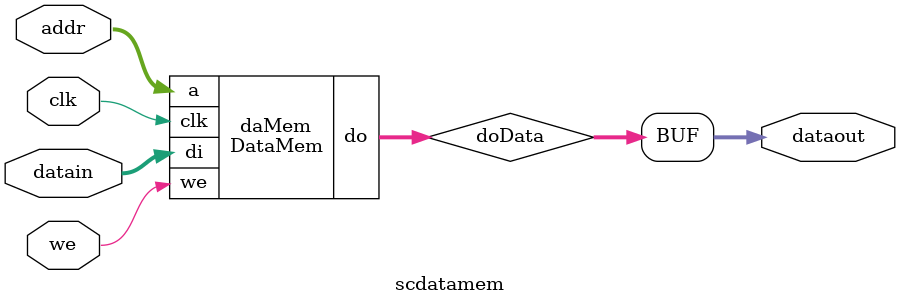
<source format=v>
`timescale 1ns / 1ps

module DataMem(we, a, di, clk, do);
    input we;
    input [31:0] a;
    input [31:0] di;
    input clk;
    output reg [31:0] do;
    reg [31:0] memory [0:31];
    reg [31:0] b;
    always @*
    begin
        do = memory[a[6:2]];
    end
    always @(posedge clk)
        begin
            if (we)
                memory[a[6:2]] = di; //like right shift 2
        end
    integer i;
    initial begin  
        for (i = 0; i < 32; i = i + 1)
            memory[i] = 0;
            // ram[word_addr] = data // (byte_addr)
            memory[5'h14] = 32'h000000a3; // (50hex)
            memory[5'h15] = 32'h00000027; // (54hex)
            memory[5'h16] = 32'h00000079; // (58hex)
            memory[5'h17] = 32'h00000115; // (5chex)
            memory[5'h18] = 32'h00000258;       // the sum stored by sw instruction
            end 
    
endmodule 

module scdatamem(
    input [31:0] addr, datain,
    input we, clk,
    output reg [31:0] dataout
    );
    wire [31:0] doData;
    DataMem daMem(we, addr, datain, clk, doData);
    always @*
    dataout <= doData;
endmodule
</source>
